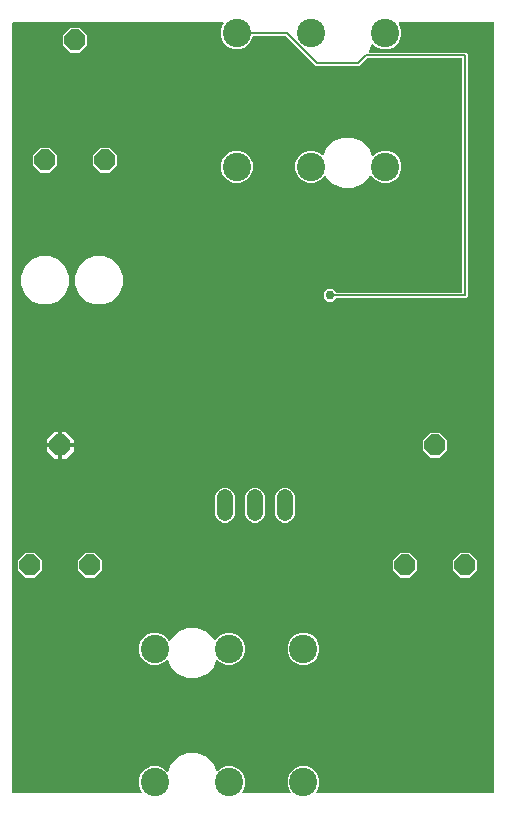
<source format=gbr>
G04 EAGLE Gerber RS-274X export*
G75*
%MOMM*%
%FSLAX34Y34*%
%LPD*%
%INBottom Copper*%
%IPPOS*%
%AMOC8*
5,1,8,0,0,1.08239X$1,22.5*%
G01*
%ADD10C,2.400000*%
%ADD11C,1.320800*%
%ADD12P,1.924489X8X22.500000*%
%ADD13C,0.756400*%
%ADD14C,0.152400*%

G36*
X119245Y10172D02*
X119245Y10172D01*
X119317Y10174D01*
X119366Y10192D01*
X119417Y10200D01*
X119481Y10234D01*
X119548Y10259D01*
X119589Y10291D01*
X119635Y10316D01*
X119684Y10367D01*
X119740Y10412D01*
X119768Y10456D01*
X119804Y10494D01*
X119834Y10559D01*
X119873Y10619D01*
X119886Y10670D01*
X119908Y10717D01*
X119916Y10788D01*
X119933Y10858D01*
X119929Y10910D01*
X119935Y10961D01*
X119920Y11032D01*
X119914Y11103D01*
X119894Y11151D01*
X119883Y11202D01*
X119846Y11263D01*
X119818Y11329D01*
X119773Y11385D01*
X119756Y11413D01*
X119739Y11428D01*
X119713Y11460D01*
X119434Y11739D01*
X117375Y16710D01*
X117375Y22090D01*
X119434Y27061D01*
X123239Y30866D01*
X128210Y32925D01*
X133590Y32925D01*
X138561Y30866D01*
X141103Y28324D01*
X141140Y28297D01*
X141171Y28263D01*
X141240Y28226D01*
X141303Y28180D01*
X141347Y28167D01*
X141387Y28145D01*
X141464Y28131D01*
X141538Y28108D01*
X141584Y28109D01*
X141629Y28101D01*
X141706Y28112D01*
X141784Y28114D01*
X141827Y28130D01*
X141872Y28137D01*
X141942Y28172D01*
X142015Y28199D01*
X142051Y28227D01*
X142092Y28248D01*
X142146Y28304D01*
X142207Y28352D01*
X142232Y28391D01*
X142264Y28424D01*
X142330Y28544D01*
X142340Y28559D01*
X142341Y28564D01*
X142345Y28571D01*
X144961Y34887D01*
X150913Y40839D01*
X158691Y44061D01*
X167109Y44061D01*
X174887Y40839D01*
X180839Y34887D01*
X183162Y29278D01*
X183187Y29239D01*
X183202Y29196D01*
X183251Y29135D01*
X183292Y29069D01*
X183327Y29040D01*
X183356Y29004D01*
X183422Y28962D01*
X183482Y28912D01*
X183524Y28895D01*
X183563Y28871D01*
X183639Y28852D01*
X183711Y28824D01*
X183757Y28822D01*
X183802Y28811D01*
X183879Y28817D01*
X183957Y28813D01*
X184001Y28826D01*
X184047Y28830D01*
X184118Y28860D01*
X184193Y28882D01*
X184231Y28908D01*
X184273Y28926D01*
X184380Y29011D01*
X184395Y29022D01*
X184398Y29026D01*
X184404Y29031D01*
X186239Y30866D01*
X191210Y32925D01*
X196590Y32925D01*
X201561Y30866D01*
X205366Y27061D01*
X207425Y22090D01*
X207425Y16710D01*
X205366Y11739D01*
X205087Y11460D01*
X205045Y11402D01*
X204996Y11350D01*
X204974Y11303D01*
X204944Y11261D01*
X204922Y11192D01*
X204892Y11127D01*
X204887Y11075D01*
X204871Y11025D01*
X204873Y10954D01*
X204865Y10883D01*
X204876Y10832D01*
X204878Y10780D01*
X204902Y10712D01*
X204917Y10642D01*
X204944Y10597D01*
X204962Y10549D01*
X205007Y10493D01*
X205044Y10431D01*
X205083Y10397D01*
X205116Y10357D01*
X205176Y10318D01*
X205231Y10271D01*
X205279Y10252D01*
X205323Y10224D01*
X205392Y10206D01*
X205459Y10179D01*
X205530Y10171D01*
X205561Y10163D01*
X205584Y10165D01*
X205625Y10161D01*
X245175Y10161D01*
X245245Y10172D01*
X245317Y10174D01*
X245366Y10192D01*
X245417Y10200D01*
X245481Y10234D01*
X245548Y10259D01*
X245589Y10291D01*
X245635Y10316D01*
X245684Y10367D01*
X245740Y10412D01*
X245768Y10456D01*
X245804Y10494D01*
X245834Y10559D01*
X245873Y10619D01*
X245886Y10670D01*
X245908Y10717D01*
X245916Y10788D01*
X245933Y10858D01*
X245929Y10910D01*
X245935Y10961D01*
X245920Y11032D01*
X245914Y11103D01*
X245894Y11151D01*
X245883Y11202D01*
X245846Y11263D01*
X245818Y11329D01*
X245773Y11385D01*
X245756Y11413D01*
X245739Y11428D01*
X245713Y11460D01*
X245434Y11739D01*
X243375Y16710D01*
X243375Y22090D01*
X245434Y27061D01*
X249239Y30866D01*
X254210Y32925D01*
X259590Y32925D01*
X264561Y30866D01*
X268366Y27061D01*
X270425Y22090D01*
X270425Y16710D01*
X268366Y11739D01*
X268087Y11460D01*
X268045Y11402D01*
X267996Y11350D01*
X267974Y11303D01*
X267944Y11261D01*
X267922Y11192D01*
X267892Y11127D01*
X267887Y11075D01*
X267871Y11025D01*
X267873Y10954D01*
X267865Y10883D01*
X267876Y10832D01*
X267878Y10780D01*
X267902Y10712D01*
X267917Y10642D01*
X267944Y10597D01*
X267962Y10549D01*
X268007Y10493D01*
X268044Y10431D01*
X268083Y10397D01*
X268116Y10357D01*
X268176Y10318D01*
X268231Y10271D01*
X268279Y10252D01*
X268323Y10224D01*
X268392Y10206D01*
X268459Y10179D01*
X268530Y10171D01*
X268561Y10163D01*
X268584Y10165D01*
X268625Y10161D01*
X417578Y10161D01*
X417598Y10164D01*
X417617Y10162D01*
X417719Y10184D01*
X417821Y10200D01*
X417838Y10210D01*
X417858Y10214D01*
X417947Y10267D01*
X418038Y10316D01*
X418052Y10330D01*
X418069Y10340D01*
X418136Y10419D01*
X418208Y10494D01*
X418216Y10512D01*
X418229Y10527D01*
X418268Y10623D01*
X418311Y10717D01*
X418313Y10737D01*
X418321Y10755D01*
X418339Y10922D01*
X418339Y662078D01*
X418336Y662098D01*
X418338Y662117D01*
X418316Y662219D01*
X418300Y662321D01*
X418290Y662338D01*
X418286Y662358D01*
X418233Y662447D01*
X418184Y662538D01*
X418170Y662552D01*
X418160Y662569D01*
X418081Y662636D01*
X418006Y662708D01*
X417988Y662716D01*
X417973Y662729D01*
X417877Y662768D01*
X417783Y662811D01*
X417763Y662813D01*
X417745Y662821D01*
X417578Y662839D01*
X338125Y662839D01*
X338055Y662828D01*
X337983Y662826D01*
X337934Y662808D01*
X337883Y662800D01*
X337819Y662766D01*
X337752Y662741D01*
X337711Y662709D01*
X337665Y662684D01*
X337616Y662633D01*
X337560Y662588D01*
X337532Y662544D01*
X337496Y662506D01*
X337466Y662441D01*
X337427Y662381D01*
X337414Y662330D01*
X337392Y662283D01*
X337384Y662212D01*
X337367Y662142D01*
X337371Y662090D01*
X337365Y662039D01*
X337380Y661968D01*
X337386Y661897D01*
X337406Y661849D01*
X337417Y661798D01*
X337454Y661737D01*
X337482Y661671D01*
X337527Y661615D01*
X337544Y661587D01*
X337561Y661572D01*
X337587Y661540D01*
X337766Y661361D01*
X339825Y656390D01*
X339825Y651010D01*
X337766Y646039D01*
X333961Y642234D01*
X328990Y640175D01*
X323610Y640175D01*
X318639Y642234D01*
X316097Y644776D01*
X316060Y644803D01*
X316029Y644837D01*
X315960Y644874D01*
X315897Y644920D01*
X315853Y644933D01*
X315813Y644955D01*
X315736Y644969D01*
X315662Y644992D01*
X315616Y644991D01*
X315571Y644999D01*
X315494Y644988D01*
X315416Y644986D01*
X315373Y644970D01*
X315328Y644963D01*
X315258Y644928D01*
X315185Y644901D01*
X315149Y644873D01*
X315108Y644852D01*
X315054Y644796D01*
X314993Y644748D01*
X314968Y644709D01*
X314936Y644676D01*
X314870Y644556D01*
X314860Y644541D01*
X314859Y644536D01*
X314855Y644529D01*
X312291Y638339D01*
X312281Y638295D01*
X312262Y638253D01*
X312253Y638176D01*
X312235Y638100D01*
X312240Y638054D01*
X312234Y638009D01*
X312251Y637932D01*
X312258Y637855D01*
X312277Y637813D01*
X312287Y637768D01*
X312327Y637701D01*
X312358Y637630D01*
X312389Y637596D01*
X312413Y637557D01*
X312472Y637506D01*
X312525Y637449D01*
X312565Y637427D01*
X312600Y637397D01*
X312672Y637368D01*
X312740Y637331D01*
X312785Y637322D01*
X312828Y637305D01*
X312964Y637290D01*
X312982Y637287D01*
X312987Y637288D01*
X312995Y637287D01*
X394647Y637287D01*
X395987Y635947D01*
X395987Y430853D01*
X394647Y429513D01*
X284933Y429513D01*
X284843Y429499D01*
X284752Y429491D01*
X284723Y429479D01*
X284691Y429474D01*
X284610Y429431D01*
X284526Y429395D01*
X284494Y429369D01*
X284473Y429358D01*
X284451Y429335D01*
X284395Y429290D01*
X281598Y426493D01*
X277202Y426493D01*
X274093Y429602D01*
X274093Y433998D01*
X277202Y437107D01*
X281598Y437107D01*
X284395Y434310D01*
X284469Y434257D01*
X284539Y434197D01*
X284569Y434185D01*
X284595Y434166D01*
X284682Y434139D01*
X284767Y434105D01*
X284808Y434101D01*
X284830Y434094D01*
X284862Y434095D01*
X284933Y434087D01*
X390652Y434087D01*
X390672Y434090D01*
X390691Y434088D01*
X390793Y434110D01*
X390895Y434126D01*
X390912Y434136D01*
X390932Y434140D01*
X391021Y434193D01*
X391112Y434242D01*
X391126Y434256D01*
X391143Y434266D01*
X391210Y434345D01*
X391282Y434420D01*
X391290Y434438D01*
X391303Y434453D01*
X391342Y434549D01*
X391385Y434643D01*
X391387Y434663D01*
X391395Y434681D01*
X391413Y434848D01*
X391413Y631952D01*
X391410Y631972D01*
X391412Y631991D01*
X391390Y632093D01*
X391374Y632195D01*
X391364Y632212D01*
X391360Y632232D01*
X391307Y632321D01*
X391258Y632412D01*
X391244Y632426D01*
X391234Y632443D01*
X391155Y632510D01*
X391080Y632582D01*
X391062Y632590D01*
X391047Y632603D01*
X390951Y632642D01*
X390857Y632685D01*
X390837Y632687D01*
X390819Y632695D01*
X390652Y632713D01*
X311365Y632713D01*
X311275Y632699D01*
X311184Y632691D01*
X311154Y632679D01*
X311122Y632674D01*
X311042Y632631D01*
X310958Y632595D01*
X310926Y632569D01*
X310905Y632558D01*
X310883Y632535D01*
X310827Y632490D01*
X304328Y625991D01*
X267571Y625991D01*
X242372Y651190D01*
X242298Y651243D01*
X242229Y651303D01*
X242199Y651315D01*
X242173Y651334D01*
X242086Y651361D01*
X242001Y651395D01*
X241960Y651399D01*
X241937Y651406D01*
X241905Y651405D01*
X241834Y651413D01*
X214501Y651413D01*
X214386Y651394D01*
X214270Y651377D01*
X214264Y651375D01*
X214258Y651374D01*
X214155Y651319D01*
X214050Y651266D01*
X214046Y651261D01*
X214040Y651258D01*
X213961Y651174D01*
X213878Y651090D01*
X213874Y651084D01*
X213871Y651080D01*
X213863Y651063D01*
X213797Y650943D01*
X211766Y646039D01*
X207961Y642234D01*
X202990Y640175D01*
X197610Y640175D01*
X192639Y642234D01*
X188834Y646039D01*
X186775Y651010D01*
X186775Y656390D01*
X188834Y661361D01*
X189013Y661540D01*
X189055Y661598D01*
X189104Y661650D01*
X189126Y661697D01*
X189156Y661739D01*
X189178Y661808D01*
X189208Y661873D01*
X189213Y661925D01*
X189229Y661975D01*
X189227Y662046D01*
X189235Y662117D01*
X189224Y662168D01*
X189222Y662220D01*
X189198Y662288D01*
X189183Y662358D01*
X189156Y662403D01*
X189138Y662451D01*
X189093Y662507D01*
X189056Y662569D01*
X189017Y662603D01*
X188984Y662643D01*
X188924Y662682D01*
X188869Y662729D01*
X188821Y662748D01*
X188777Y662776D01*
X188708Y662794D01*
X188641Y662821D01*
X188570Y662829D01*
X188539Y662837D01*
X188516Y662835D01*
X188475Y662839D01*
X10922Y662839D01*
X10902Y662836D01*
X10883Y662838D01*
X10781Y662816D01*
X10679Y662800D01*
X10662Y662790D01*
X10642Y662786D01*
X10553Y662733D01*
X10462Y662684D01*
X10448Y662670D01*
X10431Y662660D01*
X10364Y662581D01*
X10292Y662506D01*
X10284Y662488D01*
X10271Y662473D01*
X10232Y662377D01*
X10189Y662283D01*
X10187Y662263D01*
X10179Y662245D01*
X10161Y662078D01*
X10161Y10922D01*
X10164Y10902D01*
X10162Y10883D01*
X10184Y10781D01*
X10200Y10679D01*
X10210Y10662D01*
X10214Y10642D01*
X10267Y10553D01*
X10316Y10462D01*
X10330Y10448D01*
X10340Y10431D01*
X10419Y10364D01*
X10494Y10292D01*
X10512Y10284D01*
X10527Y10271D01*
X10623Y10232D01*
X10717Y10189D01*
X10737Y10187D01*
X10755Y10179D01*
X10922Y10161D01*
X119175Y10161D01*
X119245Y10172D01*
G37*
%LPC*%
G36*
X290091Y523039D02*
X290091Y523039D01*
X282313Y526261D01*
X276361Y532213D01*
X276088Y532872D01*
X276064Y532912D01*
X276048Y532955D01*
X275999Y533015D01*
X275958Y533081D01*
X275923Y533111D01*
X275894Y533147D01*
X275829Y533189D01*
X275769Y533238D01*
X275726Y533255D01*
X275687Y533280D01*
X275612Y533299D01*
X275539Y533326D01*
X275493Y533328D01*
X275449Y533340D01*
X275371Y533334D01*
X275293Y533337D01*
X275249Y533324D01*
X275204Y533321D01*
X275132Y533290D01*
X275057Y533268D01*
X275019Y533242D01*
X274977Y533224D01*
X274871Y533139D01*
X274855Y533128D01*
X274852Y533124D01*
X274846Y533119D01*
X270961Y529234D01*
X265990Y527175D01*
X260610Y527175D01*
X255639Y529234D01*
X251834Y533039D01*
X249775Y538010D01*
X249775Y543390D01*
X251834Y548361D01*
X255639Y552166D01*
X260610Y554225D01*
X265990Y554225D01*
X270961Y552166D01*
X272796Y550331D01*
X272833Y550304D01*
X272864Y550270D01*
X272933Y550233D01*
X272996Y550187D01*
X273040Y550174D01*
X273080Y550152D01*
X273156Y550138D01*
X273231Y550115D01*
X273277Y550116D01*
X273322Y550108D01*
X273399Y550119D01*
X273477Y550121D01*
X273520Y550137D01*
X273565Y550144D01*
X273635Y550179D01*
X273708Y550206D01*
X273744Y550234D01*
X273784Y550255D01*
X273839Y550311D01*
X273900Y550359D01*
X273925Y550398D01*
X273957Y550431D01*
X274023Y550551D01*
X274033Y550566D01*
X274034Y550571D01*
X274038Y550578D01*
X276361Y556187D01*
X282313Y562139D01*
X290091Y565361D01*
X298509Y565361D01*
X306287Y562139D01*
X312239Y556187D01*
X314855Y549871D01*
X314880Y549832D01*
X314895Y549789D01*
X314944Y549728D01*
X314985Y549662D01*
X315020Y549632D01*
X315049Y549597D01*
X315115Y549554D01*
X315174Y549505D01*
X315217Y549488D01*
X315256Y549464D01*
X315331Y549445D01*
X315404Y549417D01*
X315450Y549415D01*
X315494Y549404D01*
X315572Y549410D01*
X315650Y549406D01*
X315694Y549419D01*
X315740Y549423D01*
X315811Y549453D01*
X315886Y549475D01*
X315924Y549501D01*
X315966Y549519D01*
X316073Y549604D01*
X316088Y549615D01*
X316091Y549619D01*
X316097Y549624D01*
X318639Y552166D01*
X323610Y554225D01*
X328990Y554225D01*
X333961Y552166D01*
X337766Y548361D01*
X339825Y543390D01*
X339825Y538010D01*
X337766Y533039D01*
X333961Y529234D01*
X328990Y527175D01*
X323610Y527175D01*
X318639Y529234D01*
X314834Y533039D01*
X314411Y534061D01*
X314373Y534122D01*
X314344Y534187D01*
X314309Y534226D01*
X314281Y534270D01*
X314226Y534316D01*
X314178Y534368D01*
X314132Y534393D01*
X314092Y534427D01*
X314025Y534452D01*
X313962Y534487D01*
X313911Y534496D01*
X313862Y534515D01*
X313791Y534518D01*
X313720Y534531D01*
X313669Y534523D01*
X313617Y534525D01*
X313548Y534505D01*
X313477Y534495D01*
X313430Y534471D01*
X313380Y534457D01*
X313321Y534416D01*
X313258Y534383D01*
X313221Y534346D01*
X313178Y534316D01*
X313135Y534259D01*
X313085Y534208D01*
X313051Y534145D01*
X313031Y534119D01*
X313024Y534097D01*
X313004Y534061D01*
X312239Y532213D01*
X306287Y526261D01*
X298509Y523039D01*
X290091Y523039D01*
G37*
%LPD*%
%LPC*%
G36*
X158691Y107739D02*
X158691Y107739D01*
X150913Y110961D01*
X144961Y116913D01*
X142345Y123229D01*
X142321Y123268D01*
X142305Y123311D01*
X142256Y123372D01*
X142215Y123438D01*
X142180Y123468D01*
X142151Y123503D01*
X142086Y123545D01*
X142026Y123595D01*
X141983Y123612D01*
X141944Y123636D01*
X141869Y123655D01*
X141796Y123683D01*
X141750Y123685D01*
X141706Y123696D01*
X141628Y123690D01*
X141550Y123694D01*
X141506Y123681D01*
X141460Y123677D01*
X141389Y123647D01*
X141314Y123625D01*
X141276Y123599D01*
X141234Y123581D01*
X141127Y123496D01*
X141112Y123485D01*
X141109Y123481D01*
X141103Y123476D01*
X138561Y120934D01*
X133590Y118875D01*
X128210Y118875D01*
X123239Y120934D01*
X119434Y124739D01*
X117375Y129710D01*
X117375Y135090D01*
X119434Y140061D01*
X123239Y143866D01*
X128210Y145925D01*
X133590Y145925D01*
X138561Y143866D01*
X142366Y140061D01*
X142789Y139039D01*
X142827Y138978D01*
X142856Y138913D01*
X142891Y138875D01*
X142919Y138830D01*
X142974Y138784D01*
X143022Y138732D01*
X143068Y138707D01*
X143108Y138673D01*
X143175Y138648D01*
X143238Y138613D01*
X143289Y138604D01*
X143338Y138585D01*
X143409Y138582D01*
X143480Y138569D01*
X143531Y138577D01*
X143583Y138575D01*
X143652Y138595D01*
X143723Y138605D01*
X143770Y138629D01*
X143820Y138643D01*
X143878Y138684D01*
X143942Y138717D01*
X143979Y138754D01*
X144022Y138784D01*
X144065Y138841D01*
X144115Y138892D01*
X144149Y138955D01*
X144169Y138981D01*
X144176Y139003D01*
X144196Y139039D01*
X144961Y140887D01*
X150913Y146839D01*
X158691Y150061D01*
X167109Y150061D01*
X174887Y146839D01*
X180839Y140887D01*
X181112Y140228D01*
X181136Y140188D01*
X181152Y140145D01*
X181201Y140085D01*
X181242Y140019D01*
X181277Y139989D01*
X181306Y139953D01*
X181371Y139911D01*
X181431Y139862D01*
X181474Y139845D01*
X181513Y139820D01*
X181588Y139801D01*
X181661Y139774D01*
X181707Y139772D01*
X181751Y139760D01*
X181829Y139766D01*
X181907Y139763D01*
X181951Y139776D01*
X181996Y139779D01*
X182068Y139810D01*
X182143Y139832D01*
X182181Y139858D01*
X182223Y139876D01*
X182329Y139961D01*
X182345Y139972D01*
X182348Y139976D01*
X182354Y139981D01*
X186239Y143866D01*
X191210Y145925D01*
X196590Y145925D01*
X201561Y143866D01*
X205366Y140061D01*
X207425Y135090D01*
X207425Y129710D01*
X205366Y124739D01*
X201561Y120934D01*
X196590Y118875D01*
X191210Y118875D01*
X186239Y120934D01*
X184404Y122769D01*
X184367Y122796D01*
X184336Y122830D01*
X184267Y122867D01*
X184204Y122913D01*
X184160Y122926D01*
X184120Y122948D01*
X184044Y122962D01*
X183969Y122985D01*
X183923Y122984D01*
X183878Y122992D01*
X183801Y122981D01*
X183723Y122979D01*
X183680Y122963D01*
X183635Y122956D01*
X183565Y122921D01*
X183492Y122894D01*
X183456Y122866D01*
X183416Y122845D01*
X183361Y122789D01*
X183300Y122741D01*
X183275Y122702D01*
X183243Y122669D01*
X183177Y122549D01*
X183167Y122534D01*
X183166Y122529D01*
X183162Y122522D01*
X180839Y116913D01*
X174887Y110961D01*
X167109Y107739D01*
X158691Y107739D01*
G37*
%LPD*%
%LPC*%
G36*
X79778Y424179D02*
X79778Y424179D01*
X72309Y427273D01*
X66593Y432989D01*
X63499Y440458D01*
X63499Y448542D01*
X66593Y456011D01*
X72309Y461727D01*
X79778Y464821D01*
X87862Y464821D01*
X95331Y461727D01*
X101047Y456011D01*
X104141Y448542D01*
X104141Y440458D01*
X101047Y432989D01*
X95331Y427273D01*
X87862Y424179D01*
X79778Y424179D01*
G37*
%LPD*%
%LPC*%
G36*
X34058Y424179D02*
X34058Y424179D01*
X26589Y427273D01*
X20873Y432989D01*
X17779Y440458D01*
X17779Y448542D01*
X20873Y456011D01*
X26589Y461727D01*
X34058Y464821D01*
X42142Y464821D01*
X49611Y461727D01*
X55327Y456011D01*
X58421Y448542D01*
X58421Y440458D01*
X55327Y432989D01*
X49611Y427273D01*
X42142Y424179D01*
X34058Y424179D01*
G37*
%LPD*%
%LPC*%
G36*
X197610Y527175D02*
X197610Y527175D01*
X192639Y529234D01*
X188834Y533039D01*
X186775Y538010D01*
X186775Y543390D01*
X188834Y548361D01*
X192639Y552166D01*
X197610Y554225D01*
X202990Y554225D01*
X207961Y552166D01*
X211766Y548361D01*
X213825Y543390D01*
X213825Y538010D01*
X211766Y533039D01*
X207961Y529234D01*
X202990Y527175D01*
X197610Y527175D01*
G37*
%LPD*%
%LPC*%
G36*
X254210Y118875D02*
X254210Y118875D01*
X249239Y120934D01*
X245434Y124739D01*
X243375Y129710D01*
X243375Y135090D01*
X245434Y140061D01*
X249239Y143866D01*
X254210Y145925D01*
X259590Y145925D01*
X264561Y143866D01*
X268366Y140061D01*
X270425Y135090D01*
X270425Y129710D01*
X268366Y124739D01*
X264561Y120934D01*
X259590Y118875D01*
X254210Y118875D01*
G37*
%LPD*%
%LPC*%
G36*
X239683Y239267D02*
X239683Y239267D01*
X236695Y240505D01*
X234409Y242791D01*
X233171Y245779D01*
X233171Y262221D01*
X234409Y265209D01*
X236695Y267495D01*
X239683Y268733D01*
X242917Y268733D01*
X245905Y267495D01*
X248191Y265209D01*
X249429Y262221D01*
X249429Y245779D01*
X248191Y242791D01*
X245905Y240505D01*
X242917Y239267D01*
X239683Y239267D01*
G37*
%LPD*%
%LPC*%
G36*
X214283Y239267D02*
X214283Y239267D01*
X211295Y240505D01*
X209009Y242791D01*
X207771Y245779D01*
X207771Y262221D01*
X209009Y265209D01*
X211295Y267495D01*
X214283Y268733D01*
X217517Y268733D01*
X220505Y267495D01*
X222791Y265209D01*
X224029Y262221D01*
X224029Y245779D01*
X222791Y242791D01*
X220505Y240505D01*
X217517Y239267D01*
X214283Y239267D01*
G37*
%LPD*%
%LPC*%
G36*
X188883Y239267D02*
X188883Y239267D01*
X185895Y240505D01*
X183609Y242791D01*
X182371Y245779D01*
X182371Y262221D01*
X183609Y265209D01*
X185895Y267495D01*
X188883Y268733D01*
X192117Y268733D01*
X195105Y267495D01*
X197391Y265209D01*
X198629Y262221D01*
X198629Y245779D01*
X197391Y242791D01*
X195105Y240505D01*
X192117Y239267D01*
X188883Y239267D01*
G37*
%LPD*%
%LPC*%
G36*
X59186Y637285D02*
X59186Y637285D01*
X53085Y643386D01*
X53085Y652014D01*
X59186Y658115D01*
X67814Y658115D01*
X73915Y652014D01*
X73915Y643386D01*
X67814Y637285D01*
X59186Y637285D01*
G37*
%LPD*%
%LPC*%
G36*
X84586Y535685D02*
X84586Y535685D01*
X78485Y541786D01*
X78485Y550414D01*
X84586Y556515D01*
X93214Y556515D01*
X99315Y550414D01*
X99315Y541786D01*
X93214Y535685D01*
X84586Y535685D01*
G37*
%LPD*%
%LPC*%
G36*
X33786Y535685D02*
X33786Y535685D01*
X27685Y541786D01*
X27685Y550414D01*
X33786Y556515D01*
X42414Y556515D01*
X48515Y550414D01*
X48515Y541786D01*
X42414Y535685D01*
X33786Y535685D01*
G37*
%LPD*%
%LPC*%
G36*
X363986Y294385D02*
X363986Y294385D01*
X357885Y300486D01*
X357885Y309114D01*
X363986Y315215D01*
X372614Y315215D01*
X378715Y309114D01*
X378715Y300486D01*
X372614Y294385D01*
X363986Y294385D01*
G37*
%LPD*%
%LPC*%
G36*
X389386Y192785D02*
X389386Y192785D01*
X383285Y198886D01*
X383285Y207514D01*
X389386Y213615D01*
X398014Y213615D01*
X404115Y207514D01*
X404115Y198886D01*
X398014Y192785D01*
X389386Y192785D01*
G37*
%LPD*%
%LPC*%
G36*
X338586Y192785D02*
X338586Y192785D01*
X332485Y198886D01*
X332485Y207514D01*
X338586Y213615D01*
X347214Y213615D01*
X353315Y207514D01*
X353315Y198886D01*
X347214Y192785D01*
X338586Y192785D01*
G37*
%LPD*%
%LPC*%
G36*
X71886Y192785D02*
X71886Y192785D01*
X65785Y198886D01*
X65785Y207514D01*
X71886Y213615D01*
X80514Y213615D01*
X86615Y207514D01*
X86615Y198886D01*
X80514Y192785D01*
X71886Y192785D01*
G37*
%LPD*%
%LPC*%
G36*
X21086Y192785D02*
X21086Y192785D01*
X14985Y198886D01*
X14985Y207514D01*
X21086Y213615D01*
X29714Y213615D01*
X35815Y207514D01*
X35815Y198886D01*
X29714Y192785D01*
X21086Y192785D01*
G37*
%LPD*%
%LPC*%
G36*
X52323Y306323D02*
X52323Y306323D01*
X52323Y316231D01*
X55535Y316231D01*
X62231Y309535D01*
X62231Y306323D01*
X52323Y306323D01*
G37*
%LPD*%
%LPC*%
G36*
X39369Y306323D02*
X39369Y306323D01*
X39369Y309535D01*
X46065Y316231D01*
X49277Y316231D01*
X49277Y306323D01*
X39369Y306323D01*
G37*
%LPD*%
%LPC*%
G36*
X52323Y293369D02*
X52323Y293369D01*
X52323Y303277D01*
X62231Y303277D01*
X62231Y300065D01*
X55535Y293369D01*
X52323Y293369D01*
G37*
%LPD*%
%LPC*%
G36*
X46065Y293369D02*
X46065Y293369D01*
X39369Y300065D01*
X39369Y303277D01*
X49277Y303277D01*
X49277Y293369D01*
X46065Y293369D01*
G37*
%LPD*%
%LPC*%
G36*
X50799Y304799D02*
X50799Y304799D01*
X50799Y304801D01*
X50801Y304801D01*
X50801Y304799D01*
X50799Y304799D01*
G37*
%LPD*%
D10*
X193900Y19400D03*
X193900Y132400D03*
X130900Y19400D03*
X130900Y132400D03*
X256900Y19400D03*
X256900Y132400D03*
X263300Y653700D03*
X263300Y540700D03*
X326300Y653700D03*
X326300Y540700D03*
X200300Y653700D03*
X200300Y540700D03*
D11*
X241300Y260604D02*
X241300Y247396D01*
X190500Y247396D02*
X190500Y260604D01*
X215900Y260604D02*
X215900Y247396D01*
D12*
X342900Y203200D03*
X393700Y203200D03*
X368300Y304800D03*
X25400Y203200D03*
X76200Y203200D03*
X50800Y304800D03*
X38100Y546100D03*
X88900Y546100D03*
X63500Y647700D03*
D13*
X63500Y393700D03*
X139700Y368300D03*
D14*
X152400Y381000D01*
X165100Y381000D01*
D13*
X165100Y368300D03*
X203200Y393700D03*
X292100Y381000D03*
X279400Y431800D03*
D14*
X393700Y431800D01*
X393700Y635000D01*
X243097Y653700D02*
X200300Y653700D01*
X268519Y628278D02*
X303380Y628278D01*
X268519Y628278D02*
X243097Y653700D01*
X310102Y635000D02*
X393700Y635000D01*
X310102Y635000D02*
X303380Y628278D01*
M02*

</source>
